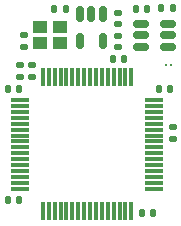
<source format=gtp>
%TF.GenerationSoftware,KiCad,Pcbnew,8.0.5*%
%TF.CreationDate,2025-02-24T22:08:56-06:00*%
%TF.ProjectId,spudglo_driver_mini_v1p0,73707564-676c-46f5-9f64-72697665725f,rev?*%
%TF.SameCoordinates,Original*%
%TF.FileFunction,Paste,Top*%
%TF.FilePolarity,Positive*%
%FSLAX46Y46*%
G04 Gerber Fmt 4.6, Leading zero omitted, Abs format (unit mm)*
G04 Created by KiCad (PCBNEW 8.0.5) date 2025-02-24 22:08:56*
%MOMM*%
%LPD*%
G01*
G04 APERTURE LIST*
G04 Aperture macros list*
%AMRoundRect*
0 Rectangle with rounded corners*
0 $1 Rounding radius*
0 $2 $3 $4 $5 $6 $7 $8 $9 X,Y pos of 4 corners*
0 Add a 4 corners polygon primitive as box body*
4,1,4,$2,$3,$4,$5,$6,$7,$8,$9,$2,$3,0*
0 Add four circle primitives for the rounded corners*
1,1,$1+$1,$2,$3*
1,1,$1+$1,$4,$5*
1,1,$1+$1,$6,$7*
1,1,$1+$1,$8,$9*
0 Add four rect primitives between the rounded corners*
20,1,$1+$1,$2,$3,$4,$5,0*
20,1,$1+$1,$4,$5,$6,$7,0*
20,1,$1+$1,$6,$7,$8,$9,0*
20,1,$1+$1,$8,$9,$2,$3,0*%
G04 Aperture macros list end*
%ADD10RoundRect,0.140000X0.140000X0.170000X-0.140000X0.170000X-0.140000X-0.170000X0.140000X-0.170000X0*%
%ADD11RoundRect,0.140000X-0.140000X-0.170000X0.140000X-0.170000X0.140000X0.170000X-0.140000X0.170000X0*%
%ADD12RoundRect,0.140000X0.170000X-0.140000X0.170000X0.140000X-0.170000X0.140000X-0.170000X-0.140000X0*%
%ADD13RoundRect,0.140000X-0.170000X0.140000X-0.170000X-0.140000X0.170000X-0.140000X0.170000X0.140000X0*%
%ADD14RoundRect,0.135000X-0.185000X0.135000X-0.185000X-0.135000X0.185000X-0.135000X0.185000X0.135000X0*%
%ADD15RoundRect,0.150000X-0.512500X-0.150000X0.512500X-0.150000X0.512500X0.150000X-0.512500X0.150000X0*%
%ADD16RoundRect,0.075000X-0.700000X0.075000X-0.700000X-0.075000X0.700000X-0.075000X0.700000X0.075000X0*%
%ADD17RoundRect,0.075000X-0.075000X0.700000X-0.075000X-0.700000X0.075000X-0.700000X0.075000X0.700000X0*%
%ADD18R,1.200000X1.000000*%
%ADD19RoundRect,0.150000X-0.150000X0.512500X-0.150000X-0.512500X0.150000X-0.512500X0.150000X0.512500X0*%
%ADD20R,0.152400X0.254000*%
G04 APERTURE END LIST*
D10*
%TO.C,C25*%
X205420000Y-57180000D03*
X204460000Y-57180000D03*
%TD*%
D11*
%TO.C,C24*%
X202320000Y-57210000D03*
X203280000Y-57210000D03*
%TD*%
D10*
%TO.C,C23*%
X196360000Y-57210000D03*
X195400000Y-57210000D03*
%TD*%
D12*
%TO.C,C20*%
X192830000Y-60400000D03*
X192830000Y-59440000D03*
%TD*%
%TO.C,C17*%
X192520000Y-62960000D03*
X192520000Y-62000000D03*
%TD*%
%TO.C,C16*%
X193500000Y-62950000D03*
X193500000Y-61990000D03*
%TD*%
D11*
%TO.C,C15*%
X205180000Y-63990000D03*
X204220000Y-63990000D03*
%TD*%
D10*
%TO.C,C14*%
X192400000Y-73370000D03*
X191440000Y-73370000D03*
%TD*%
%TO.C,C13*%
X192430000Y-64020000D03*
X191470000Y-64020000D03*
%TD*%
%TO.C,C12*%
X201290000Y-61420000D03*
X200330000Y-61420000D03*
%TD*%
%TO.C,C11*%
X203790000Y-74480000D03*
X202830000Y-74480000D03*
%TD*%
D13*
%TO.C,C10*%
X200760000Y-59480000D03*
X200760000Y-60440000D03*
%TD*%
%TO.C,C9*%
X200770000Y-57560000D03*
X200770000Y-58520000D03*
%TD*%
D14*
%TO.C,R6*%
X205410000Y-67230000D03*
X205410000Y-68250000D03*
%TD*%
D15*
%TO.C,U7*%
X205050000Y-58500000D03*
X205050000Y-59450000D03*
X205050000Y-60400000D03*
X202775000Y-60400000D03*
X202775000Y-59450000D03*
X202775000Y-58500000D03*
%TD*%
D16*
%TO.C,U4*%
X203845000Y-64940001D03*
X203845000Y-65440000D03*
X203845000Y-65940000D03*
X203845000Y-66440000D03*
X203845000Y-66940000D03*
X203845000Y-67440001D03*
X203845000Y-67940000D03*
X203845000Y-68440000D03*
X203845000Y-68940000D03*
X203845000Y-69440000D03*
X203845000Y-69939999D03*
X203845000Y-70440000D03*
X203845000Y-70940000D03*
X203845000Y-71440000D03*
X203845000Y-71940000D03*
X203845000Y-72439999D03*
D17*
X201919999Y-74365000D03*
X201420000Y-74365000D03*
X200920000Y-74365000D03*
X200420000Y-74365000D03*
X199920000Y-74365000D03*
X199419999Y-74365000D03*
X198920000Y-74365000D03*
X198420000Y-74365000D03*
X197920000Y-74365000D03*
X197420000Y-74365000D03*
X196920001Y-74365000D03*
X196420000Y-74365000D03*
X195920000Y-74365000D03*
X195420000Y-74365000D03*
X194920000Y-74365000D03*
X194420001Y-74365000D03*
D16*
X192495000Y-72439999D03*
X192495000Y-71940000D03*
X192495000Y-71440000D03*
X192495000Y-70940000D03*
X192495000Y-70440000D03*
X192495000Y-69939999D03*
X192495000Y-69440000D03*
X192495000Y-68940000D03*
X192495000Y-68440000D03*
X192495000Y-67940000D03*
X192495000Y-67440001D03*
X192495000Y-66940000D03*
X192495000Y-66440000D03*
X192495000Y-65940000D03*
X192495000Y-65440000D03*
X192495000Y-64940001D03*
D17*
X194420001Y-63015000D03*
X194920000Y-63015000D03*
X195420000Y-63015000D03*
X195920000Y-63015000D03*
X196420000Y-63015000D03*
X196920001Y-63015000D03*
X197420000Y-63015000D03*
X197920000Y-63015000D03*
X198420000Y-63015000D03*
X198920000Y-63015000D03*
X199419999Y-63015000D03*
X199920000Y-63015000D03*
X200420000Y-63015000D03*
X200920000Y-63015000D03*
X201420000Y-63015000D03*
X201919999Y-63015000D03*
%TD*%
D18*
%TO.C,U5*%
X194210000Y-58790000D03*
X195910000Y-58790000D03*
X195910000Y-60090000D03*
X194210000Y-60090000D03*
%TD*%
D19*
%TO.C,U3*%
X199490000Y-57670000D03*
X198540001Y-57670000D03*
X197590002Y-57670000D03*
X197590002Y-59945000D03*
X199490000Y-59945000D03*
%TD*%
D20*
%TO.C,CR2*%
X205250000Y-61950000D03*
X204843600Y-61950000D03*
%TD*%
M02*

</source>
